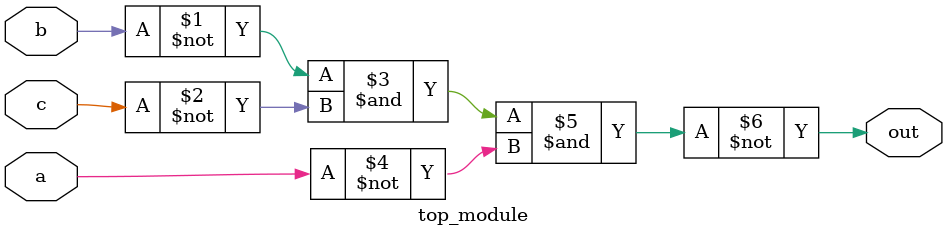
<source format=v>
module top_module(
    input a,
    input b,
    input c,
    output out  ); 
    assign out=~((~b)&(~c)&(~a)); //a | b | c

endmodule
</source>
